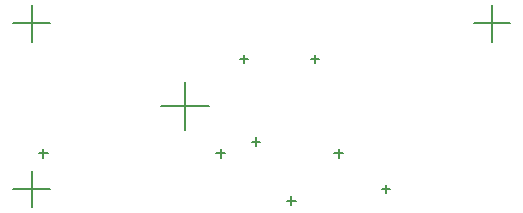
<source format=gbr>
G04*
G04 #@! TF.GenerationSoftware,Altium Limited,Altium Designer,24.6.1 (21)*
G04*
G04 Layer_Color=128*
%FSLAX25Y25*%
%MOIN*%
G70*
G04*
G04 #@! TF.SameCoordinates,848F02FD-2630-40CC-A56B-9648625414CD*
G04*
G04*
G04 #@! TF.FilePolarity,Positive*
G04*
G01*
G75*
%ADD36C,0.00500*%
D36*
X54921Y39370D02*
X71063D01*
X62992Y31299D02*
Y47441D01*
X159252Y66929D02*
X171457D01*
X165354Y60827D02*
Y73032D01*
X5709Y11811D02*
X17913D01*
X11811Y5709D02*
Y17913D01*
X5709Y66929D02*
X17913D01*
X11811Y60827D02*
Y73032D01*
X104899Y55118D02*
X107699D01*
X106299Y53718D02*
Y56518D01*
X112773Y23622D02*
X115573D01*
X114173Y22222D02*
Y25022D01*
X14348Y23622D02*
X17148D01*
X15748Y22222D02*
Y25022D01*
X85214Y27559D02*
X88014D01*
X86614Y26159D02*
Y28959D01*
X73403Y23622D02*
X76203D01*
X74803Y22222D02*
Y25022D01*
X97025Y7874D02*
X99825D01*
X98425Y6474D02*
Y9274D01*
X81277Y55118D02*
X84077D01*
X82677Y53718D02*
Y56518D01*
X128521Y11811D02*
X131321D01*
X129921Y10411D02*
Y13211D01*
M02*

</source>
